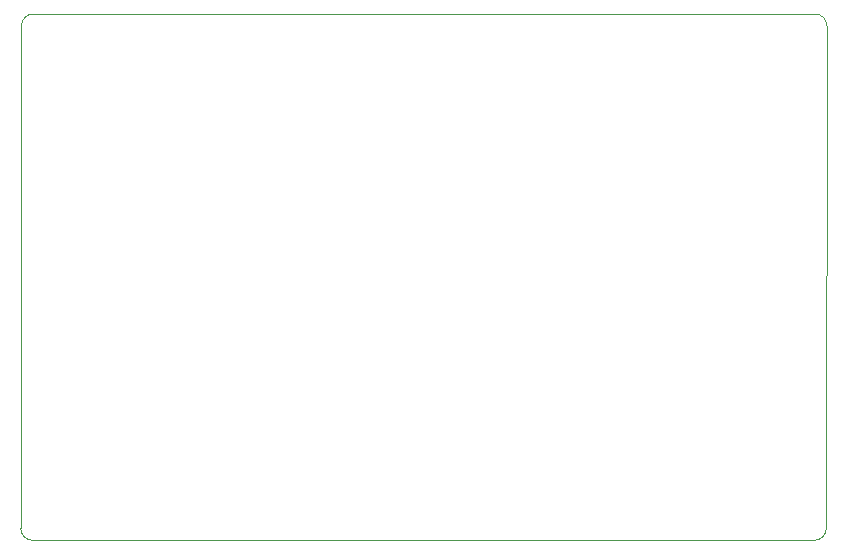
<source format=gbr>
%TF.GenerationSoftware,KiCad,Pcbnew,(6.0.1)*%
%TF.CreationDate,2022-05-09T03:02:38-04:00*%
%TF.ProjectId,RotaryEncoderHorror,526f7461-7279-4456-9e63-6f646572486f,rev?*%
%TF.SameCoordinates,Original*%
%TF.FileFunction,Profile,NP*%
%FSLAX46Y46*%
G04 Gerber Fmt 4.6, Leading zero omitted, Abs format (unit mm)*
G04 Created by KiCad (PCBNEW (6.0.1)) date 2022-05-09 03:02:38*
%MOMM*%
%LPD*%
G01*
G04 APERTURE LIST*
%TA.AperFunction,Profile*%
%ADD10C,0.100000*%
%TD*%
G04 APERTURE END LIST*
D10*
X185600000Y-28750000D02*
X119400000Y-28750000D01*
X119350000Y-73300000D02*
X185550000Y-73300000D01*
X185550000Y-73300000D02*
G75*
G03*
X186550000Y-72300000I1J999999D01*
G01*
X119400000Y-28750000D02*
G75*
G03*
X118400000Y-29750000I-1J-999999D01*
G01*
X118400000Y-29750000D02*
X118350000Y-72300000D01*
X186600000Y-29750000D02*
G75*
G03*
X185600000Y-28750000I-999999J1D01*
G01*
X186550000Y-72300000D02*
X186600000Y-29750000D01*
X118350000Y-72300000D02*
G75*
G03*
X119350000Y-73300000I999999J-1D01*
G01*
M02*

</source>
